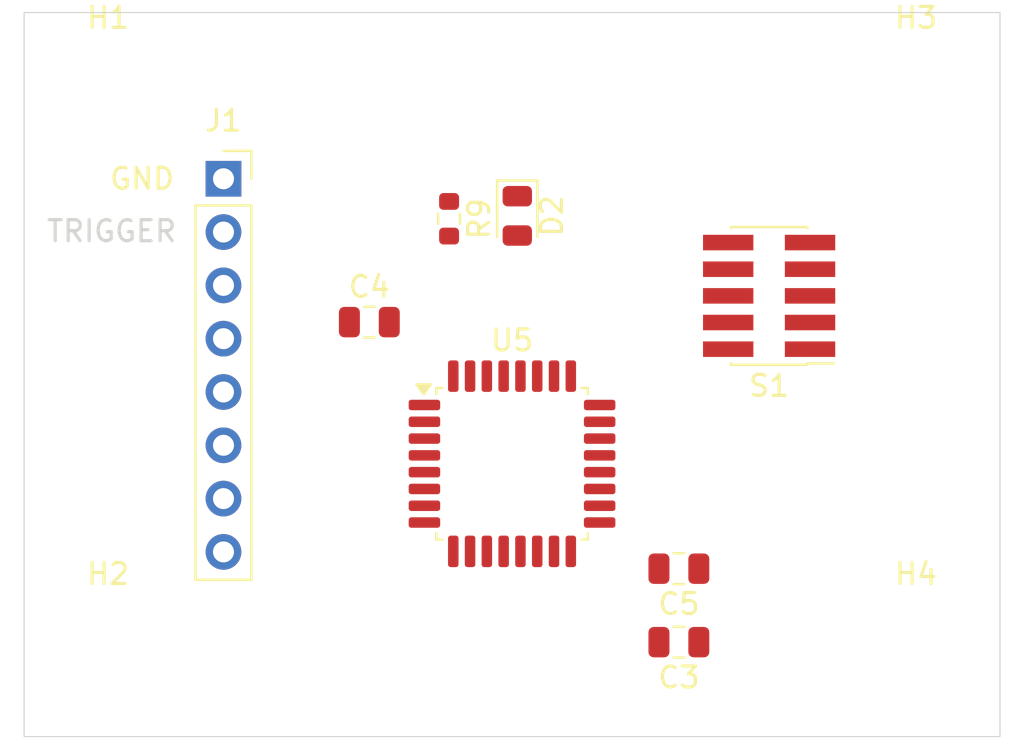
<source format=kicad_pcb>
(kicad_pcb (version 20241229) (generator "pcbnew") (generator_version "9.0")
  (layers (0 "F.Cu" signal) (2 "B.Cu" signal) (13 "F.Paste" user) (15 "B.Paste" user) (5 "F.SilkS" user "F.Silkscreen") (7 "B.SilkS" user "B.Silkscreen") (1 "F.Mask" user) (3 "B.Mask" user) (25 "Edge.Cuts" user))
  (net 0 "")
  (net 1 "+3V3")
  (net 2 "GND")
  (net 3 "Net-(D2-K)")
  (net 4 "Net-(D2-A)")
  (net 5 "ADC_CH1_IN")
  (net 6 "I2C_CLK")
  (net 7 "I2C_SDA")
  (net 8 "ADC_CH2_IN")
  (net 9 "TRIGGER_IN")
  (net 15 "/SWCLK_AD_1_2")
  (net 16 "/NRST_AD_1_2")
  (net 17 "/SWDIO_AD_1_2")
  (net 18 "/SWO_AD_1_2")
  (net 23 "VDDA_REF")
  (footprint "Connector_PinHeader_1.27mm:PinHeader_2x05_P1.27mm_Vertical_SMD" (layer "F.Cu") (at 97 44 180)
    (property "Reference" "S1" (at 0 -4.285 0) (layer "F.SilkS"))
    (property "Value" "SWD")
    (fp_line (start 1.815 3.22) (end 1.815 3.285) (stroke (width 0.12)) (layer "F.SilkS"))
    (fp_line (start 1.815 -3.285) (end 1.815 -3.22) (stroke (width 0.12)) (layer "F.SilkS"))
    (fp_line (start -1.815 3.285) (end 1.815 3.285) (stroke (width 0.12)) (layer "F.SilkS"))
    (fp_line (start -1.815 3.22) (end -1.815 3.285) (stroke (width 0.12)) (layer "F.SilkS"))
    (fp_line (start -1.815 -3.285) (end 1.815 -3.285) (stroke (width 0.12)) (layer "F.SilkS"))
    (fp_line (start -1.815 -3.285) (end -1.815 -3.22) (stroke (width 0.12)) (layer "F.SilkS"))
    (fp_line (start -3.09 -3.22) (end -1.815 -3.22) (stroke (width 0.12)) (layer "F.SilkS"))
    (pad "1" smd rect (at -1.95 -2.54 180) (size 2.4 0.74) (layers "F.Cu" "F.Mask" "F.Paste") (net 1 "+3V3"))
    (pad "2" smd rect (at 1.95 -2.54 180) (size 2.4 0.74) (layers "F.Cu" "F.Mask" "F.Paste") (net 17 "/SWDIO_AD_1_2"))
    (pad "3" smd rect (at -1.95 -1.27 180) (size 2.4 0.74) (layers "F.Cu" "F.Mask" "F.Paste") (net 2 "GND"))
    (pad "4" smd rect (at 1.95 -1.27 180) (size 2.4 0.74) (layers "F.Cu" "F.Mask" "F.Paste") (net 15 "/SWCLK_AD_1_2"))
    (pad "5" smd rect (at -1.95 0 180) (size 2.4 0.74) (layers "F.Cu" "F.Mask" "F.Paste") (net 2 "GND"))
    (pad "6" smd rect (at 1.95 0 180) (size 2.4 0.74) (layers "F.Cu" "F.Mask" "F.Paste") (net 18 "/SWO_AD_1_2"))
    (pad "7" smd rect (at -1.95 1.27 180) (size 2.4 0.74) (layers "F.Cu" "F.Mask" "F.Paste"))
    (pad "8" smd rect (at 1.95 1.27 180) (size 2.4 0.74) (layers "F.Cu" "F.Mask" "F.Paste"))
    (pad "9" smd rect (at -1.95 2.54 180) (size 2.4 0.74) (layers "F.Cu" "F.Mask" "F.Paste") (net 2 "GND"))
    (pad "10" smd rect (at 1.95 2.54 180) (size 2.4 0.74) (layers "F.Cu" "F.Mask" "F.Paste") (net 16 "/NRST_AD_1_2"))
  )
  (footprint "MountingHole:MountingHole_3.2mm_M3_ISO14580" (layer "F.Cu") (at 65.5 34.5)
    (property "Reference" "H1" (at 0 -3.75 0) (layer "F.SilkS"))
    (property "Value" "MountingHole")
    (pad "" np_thru_hole circle (at 0 0) (size 3.2 3.2) (drill 3.2) (layers "*.Cu" "*.Mask"))
  )
  (footprint "Capacitor_SMD:C_0805_2012Metric" (layer "F.Cu") (at 77.95 45.25)
    (property "Reference" "C4" (at 0 -1.68 0) (layer "F.SilkS"))
    (property "Value" "100nF")
    (fp_line (start -0.261252 -0.735) (end 0.261252 -0.735) (stroke (width 0.12)) (layer "F.SilkS"))
    (fp_line (start -0.261252 0.735) (end 0.261252 0.735) (stroke (width 0.12)) (layer "F.SilkS"))
    (pad "1" smd roundrect (at -0.95 0) (size 1 1.45) (layers "F.Cu" "F.Mask" "F.Paste") (net 1 "+3V3"))
    (pad "2" smd roundrect (at 0.95 0) (size 1 1.45) (layers "F.Cu" "F.Mask" "F.Paste") (net 2 "GND"))
  )
  (footprint "Package_QFP:LQFP-32_7x7mm_P0.8mm" (layer "F.Cu") (at 84.75 52)
    (property "Reference" "U5" (at 0 -5.88 0) (layer "F.SilkS"))
    (property "Value" "STM32G431K6Tx")
    (fp_line (start -3.61 -3.61) (end -3.61 -3.31) (stroke (width 0.12)) (layer "F.SilkS"))
    (fp_line (start -3.61 3.61) (end -3.61 3.31) (stroke (width 0.12)) (layer "F.SilkS"))
    (fp_line (start -3.31 -3.61) (end -3.61 -3.61) (stroke (width 0.12)) (layer "F.SilkS"))
    (fp_line (start -3.31 3.61) (end -3.61 3.61) (stroke (width 0.12)) (layer "F.SilkS"))
    (fp_line (start 3.31 -3.61) (end 3.61 -3.61) (stroke (width 0.12)) (layer "F.SilkS"))
    (fp_line (start 3.31 3.61) (end 3.61 3.61) (stroke (width 0.12)) (layer "F.SilkS"))
    (fp_line (start 3.61 -3.61) (end 3.61 -3.31) (stroke (width 0.12)) (layer "F.SilkS"))
    (fp_line (start 3.61 3.61) (end 3.61 3.31) (stroke (width 0.12)) (layer "F.SilkS"))
    (fp_poly (pts (xy -4.2125 -3.31) (xy -4.5525 -3.78) (xy -3.8725 -3.78)) (stroke (width 0.12)) (fill yes) (layer "F.SilkS"))
    (pad "1" smd roundrect (at -4.175 -2.8) (size 1.5 0.5) (layers "F.Cu" "F.Mask" "F.Paste") (net 1 "+3V3"))
    (pad "2" smd roundrect (at -4.175 -2) (size 1.5 0.5) (layers "F.Cu" "F.Mask" "F.Paste"))
    (pad "3" smd roundrect (at -4.175 -1.2) (size 1.5 0.5) (layers "F.Cu" "F.Mask" "F.Paste"))
    (pad "4" smd roundrect (at -4.175 -0.4) (size 1.5 0.5) (layers "F.Cu" "F.Mask" "F.Paste") (net 16 "/NRST_AD_1_2"))
    (pad "5" smd roundrect (at -4.175 0.4) (size 1.5 0.5) (layers "F.Cu" "F.Mask" "F.Paste") (net 5 "ADC_CH1_IN"))
    (pad "6" smd roundrect (at -4.175 1.2) (size 1.5 0.5) (layers "F.Cu" "F.Mask" "F.Paste") (net 8 "ADC_CH2_IN"))
    (pad "7" smd roundrect (at -4.175 2) (size 1.5 0.5) (layers "F.Cu" "F.Mask" "F.Paste"))
    (pad "8" smd roundrect (at -4.175 2.8) (size 1.5 0.5) (layers "F.Cu" "F.Mask" "F.Paste"))
    (pad "9" smd roundrect (at -2.8 4.175) (size 0.5 1.5) (layers "F.Cu" "F.Mask" "F.Paste"))
    (pad "10" smd roundrect (at -2 4.175) (size 0.5 1.5) (layers "F.Cu" "F.Mask" "F.Paste"))
    (pad "11" smd roundrect (at -1.2 4.175) (size 0.5 1.5) (layers "F.Cu" "F.Mask" "F.Paste"))
    (pad "12" smd roundrect (at -0.4 4.175) (size 0.5 1.5) (layers "F.Cu" "F.Mask" "F.Paste"))
    (pad "13" smd roundrect (at 0.4 4.175) (size 0.5 1.5) (layers "F.Cu" "F.Mask" "F.Paste"))
    (pad "14" smd roundrect (at 1.2 4.175) (size 0.5 1.5) (layers "F.Cu" "F.Mask" "F.Paste") (net 2 "GND"))
    (pad "15" smd roundrect (at 2 4.175) (size 0.5 1.5) (layers "F.Cu" "F.Mask" "F.Paste") (net 23 "VDDA_REF"))
    (pad "16" smd roundrect (at 2.8 4.175) (size 0.5 1.5) (layers "F.Cu" "F.Mask" "F.Paste") (net 2 "GND"))
    (pad "17" smd roundrect (at 4.175 2.8) (size 1.5 0.5) (layers "F.Cu" "F.Mask" "F.Paste") (net 1 "+3V3"))
    (pad "18" smd roundrect (at 4.175 2) (size 1.5 0.5) (layers "F.Cu" "F.Mask" "F.Paste") (net 9 "TRIGGER_IN"))
    (pad "19" smd roundrect (at 4.175 1.2) (size 1.5 0.5) (layers "F.Cu" "F.Mask" "F.Paste"))
    (pad "20" smd roundrect (at 4.175 0.4) (size 1.5 0.5) (layers "F.Cu" "F.Mask" "F.Paste"))
    (pad "21" smd roundrect (at 4.175 -0.4) (size 1.5 0.5) (layers "F.Cu" "F.Mask" "F.Paste"))
    (pad "22" smd roundrect (at 4.175 -1.2) (size 1.5 0.5) (layers "F.Cu" "F.Mask" "F.Paste"))
    (pad "23" smd roundrect (at 4.175 -2) (size 1.5 0.5) (layers "F.Cu" "F.Mask" "F.Paste") (net 17 "/SWDIO_AD_1_2"))
    (pad "24" smd roundrect (at 4.175 -2.8) (size 1.5 0.5) (layers "F.Cu" "F.Mask" "F.Paste") (net 15 "/SWCLK_AD_1_2"))
    (pad "25" smd roundrect (at 2.8 -4.175) (size 0.5 1.5) (layers "F.Cu" "F.Mask" "F.Paste"))
    (pad "26" smd roundrect (at 2 -4.175) (size 0.5 1.5) (layers "F.Cu" "F.Mask" "F.Paste") (net 18 "/SWO_AD_1_2"))
    (pad "27" smd roundrect (at 1.2 -4.175) (size 0.5 1.5) (layers "F.Cu" "F.Mask" "F.Paste"))
    (pad "28" smd roundrect (at 0.4 -4.175) (size 0.5 1.5) (layers "F.Cu" "F.Mask" "F.Paste") (net 4 "Net-(D2-A)"))
    (pad "29" smd roundrect (at -0.4 -4.175) (size 0.5 1.5) (layers "F.Cu" "F.Mask" "F.Paste"))
    (pad "30" smd roundrect (at -1.2 -4.175) (size 0.5 1.5) (layers "F.Cu" "F.Mask" "F.Paste") (net 7 "I2C_SDA"))
    (pad "31" smd roundrect (at -2 -4.175) (size 0.5 1.5) (layers "F.Cu" "F.Mask" "F.Paste") (net 6 "I2C_CLK"))
    (pad "32" smd roundrect (at -2.8 -4.175) (size 0.5 1.5) (layers "F.Cu" "F.Mask" "F.Paste") (net 2 "GND"))
  )
  (footprint "Capacitor_SMD:C_0805_2012Metric" (layer "F.Cu") (at 92.7 57 180)
    (property "Reference" "C5" (at 0 -1.68 0) (layer "F.SilkS"))
    (property "Value" "100nF")
    (fp_line (start -0.261252 0.735) (end 0.261252 0.735) (stroke (width 0.12)) (layer "F.SilkS"))
    (fp_line (start -0.261252 -0.735) (end 0.261252 -0.735) (stroke (width 0.12)) (layer "F.SilkS"))
    (pad "1" smd roundrect (at -0.95 0 180) (size 1 1.45) (layers "F.Cu" "F.Mask" "F.Paste") (net 1 "+3V3"))
    (pad "2" smd roundrect (at 0.95 0 180) (size 1 1.45) (layers "F.Cu" "F.Mask" "F.Paste") (net 2 "GND"))
  )
  (footprint "MountingHole:MountingHole_3.2mm_M3_ISO14580" (layer "F.Cu") (at 104 61)
    (property "Reference" "H4" (at 0 -3.75 0) (layer "F.SilkS"))
    (property "Value" "MountingHole")
    (pad "" np_thru_hole circle (at 0 0) (size 3.2 3.2) (drill 3.2) (layers "*.Cu" "*.Mask"))
  )
  (footprint "LED_SMD:LED_0805_2012Metric" (layer "F.Cu") (at 85 40.1875 -90)
    (property "Reference" "D2" (at 0 -1.65 90) (layer "F.SilkS"))
    (property "Value" "LED")
    (fp_line (start -1.685 0.96) (end 1 0.96) (stroke (width 0.12)) (layer "F.SilkS"))
    (fp_line (start -1.685 -0.96) (end -1.685 0.96) (stroke (width 0.12)) (layer "F.SilkS"))
    (fp_line (start 1 -0.96) (end -1.685 -0.96) (stroke (width 0.12)) (layer "F.SilkS"))
    (pad "1" smd roundrect (at -0.9375 0 270) (size 0.975 1.4) (layers "F.Cu" "F.Mask" "F.Paste") (net 3 "Net-(D2-K)"))
    (pad "2" smd roundrect (at 0.9375 0 270) (size 0.975 1.4) (layers "F.Cu" "F.Mask" "F.Paste") (net 4 "Net-(D2-A)"))
  )
  (footprint "Resistor_SMD:R_0603_1608Metric" (layer "F.Cu") (at 81.75 40.325 -90)
    (property "Reference" "R9" (at 0 -1.43 90) (layer "F.SilkS"))
    (property "Value" "680R")
    (fp_line (start -0.237258 0.5225) (end 0.237258 0.5225) (stroke (width 0.12)) (layer "F.SilkS"))
    (fp_line (start -0.237258 -0.5225) (end 0.237258 -0.5225) (stroke (width 0.12)) (layer "F.SilkS"))
    (pad "1" smd roundrect (at -0.825 0 270) (size 0.8 0.95) (layers "F.Cu" "F.Mask" "F.Paste") (net 3 "Net-(D2-K)"))
    (pad "2" smd roundrect (at 0.825 0 270) (size 0.8 0.95) (layers "F.Cu" "F.Mask" "F.Paste") (net 1 "+3V3"))
  )
  (footprint "MountingHole:MountingHole_3.2mm_M3_ISO14580" (layer "F.Cu") (at 104 34.5)
    (property "Reference" "H3" (at 0 -3.75 0) (layer "F.SilkS"))
    (property "Value" "MountingHole")
    (pad "" np_thru_hole circle (at 0 0) (size 3.2 3.2) (drill 3.2) (layers "*.Cu" "*.Mask"))
  )
  (footprint "MountingHole:MountingHole_3.2mm_M3_ISO14580" (layer "F.Cu") (at 65.5 61)
    (property "Reference" "H2" (at 0 -3.75 0) (layer "F.SilkS"))
    (property "Value" "MountingHole")
    (pad "" np_thru_hole circle (at 0 0) (size 3.2 3.2) (drill 3.2) (layers "*.Cu" "*.Mask"))
  )
  (footprint "Connector_PinSocket_2.54mm:PinSocket_1x08_P2.54mm_Vertical" (layer "F.Cu") (at 71 38.42)
    (property "Reference" "J1" (at 0 -2.77 0) (layer "F.SilkS"))
    (property "Value" "Conn_01x08_Pin")
    (fp_line (start -1.33 1.27) (end -1.33 19.11) (stroke (width 0.12)) (layer "F.SilkS"))
    (fp_line (start -1.33 1.27) (end 1.33 1.27) (stroke (width 0.12)) (layer "F.SilkS"))
    (fp_line (start -1.33 19.11) (end 1.33 19.11) (stroke (width 0.12)) (layer "F.SilkS"))
    (fp_line (start 0 -1.33) (end 1.33 -1.33) (stroke (width 0.12)) (layer "F.SilkS"))
    (fp_line (start 1.33 -1.33) (end 1.33 0) (stroke (width 0.12)) (layer "F.SilkS"))
    (fp_line (start 1.33 1.27) (end 1.33 19.11) (stroke (width 0.12)) (layer "F.SilkS"))
    (pad "1" thru_hole rect (at 0 0) (size 1.7 1.7) (drill 1) (layers "*.Cu" "*.Mask") (net 1 "+3V3"))
    (pad "2" thru_hole circle (at 0 2.54) (size 1.7 1.7) (drill 1) (layers "*.Cu" "*.Mask") (net 23 "VDDA_REF"))
    (pad "3" thru_hole circle (at 0 5.08) (size 1.7 1.7) (drill 1) (layers "*.Cu" "*.Mask") (net 6 "I2C_CLK"))
    (pad "4" thru_hole circle (at 0 7.62) (size 1.7 1.7) (drill 1) (layers "*.Cu" "*.Mask") (net 7 "I2C_SDA"))
    (pad "5" thru_hole circle (at 0 10.16) (size 1.7 1.7) (drill 1) (layers "*.Cu" "*.Mask") (net 5 "ADC_CH1_IN"))
    (pad "6" thru_hole circle (at 0 12.7) (size 1.7 1.7) (drill 1) (layers "*.Cu" "*.Mask") (net 8 "ADC_CH2_IN"))
    (pad "7" thru_hole circle (at 0 15.24) (size 1.7 1.7) (drill 1) (layers "*.Cu" "*.Mask") (net 9 "TRIGGER_IN"))
    (pad "8" thru_hole circle (at 0 17.78) (size 1.7 1.7) (drill 1) (layers "*.Cu" "*.Mask") (net 2 "GND"))
  )
  (footprint "Capacitor_SMD:C_0805_2012Metric" (layer "F.Cu") (at 92.7 60.5 180)
    (property "Reference" "C3" (at 0 -1.68 0) (layer "F.SilkS"))
    (property "Value" "10u")
    (fp_line (start -0.261252 0.735) (end 0.261252 0.735) (stroke (width 0.12)) (layer "F.SilkS"))
    (fp_line (start -0.261252 -0.735) (end 0.261252 -0.735) (stroke (width 0.12)) (layer "F.SilkS"))
    (pad "1" smd roundrect (at -0.95 0 180) (size 1 1.45) (layers "F.Cu" "F.Mask" "F.Paste") (net 1 "+3V3"))
    (pad "2" smd roundrect (at 0.95 0 180) (size 1 1.45) (layers "F.Cu" "F.Mask" "F.Paste") (net 2 "GND"))
  )
  (gr_rect (start 61.5 30.5) (end 108 65) (stroke (width 0.05)) (fill no) (layer "Edge.Cuts"))
  (gr_text "GND" (at 65.5 39 0) (layer "F.SilkS") (effects (font (size 1 1)) (justify left bottom)))
  (gr_text "TRIGGER" (at 62.5 41.5 0) (layer "Edge.Cuts") (effects (font (size 1 1)) (justify left bottom)))
)
</source>
